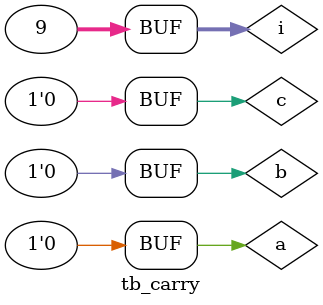
<source format=sv>
module tb_carry;
reg a, b, c;
integer i;
wire cout;
carry c1(cout, c, a, b);
initial
begin
$monitor("time=%d a=%b b=%b c=%b---------cout=%b", $time, a, b, c, cout);
for (i = 0; i < 9; i = i + 1)
begin
{a, b, c} = i;
end
end
endmodule
</source>
